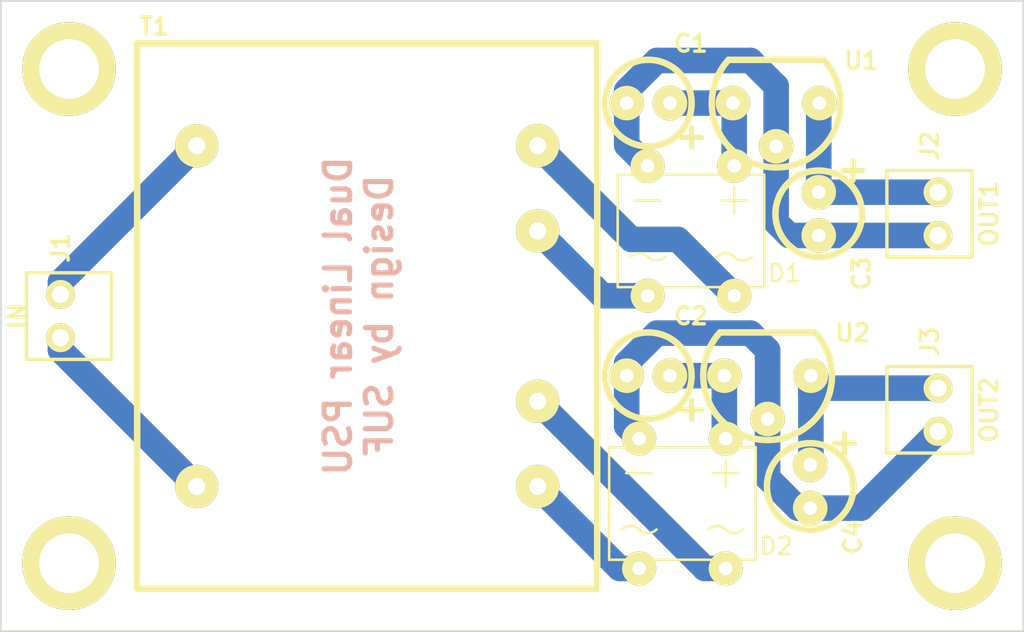
<source format=kicad_pcb>
(kicad_pcb (version 4) (host pcbnew 4.0.6)

  (general
    (links 22)
    (no_connects 0)
    (area 43.118001 52.6768 111.882 93.550001)
    (thickness 1.6)
    (drawings 5)
    (tracks 54)
    (zones 0)
    (modules 16)
    (nets 13)
  )

  (page A4)
  (layers
    (0 F.Cu signal)
    (31 B.Cu signal)
    (32 B.Adhes user)
    (33 F.Adhes user)
    (34 B.Paste user)
    (35 F.Paste user)
    (36 B.SilkS user)
    (37 F.SilkS user)
    (38 B.Mask user)
    (39 F.Mask user)
    (40 Dwgs.User user)
    (41 Cmts.User user)
    (42 Eco1.User user)
    (43 Eco2.User user)
    (44 Edge.Cuts user)
  )

  (setup
    (last_trace_width 0.254)
    (user_trace_width 0.5)
    (user_trace_width 1)
    (user_trace_width 1.5)
    (user_trace_width 2)
    (trace_clearance 0.254)
    (zone_clearance 0.508)
    (zone_45_only no)
    (trace_min 0.254)
    (segment_width 0.2)
    (edge_width 0.1)
    (via_size 0.889)
    (via_drill 0.635)
    (via_min_size 0.889)
    (via_min_drill 0.508)
    (uvia_size 0.508)
    (uvia_drill 0.127)
    (uvias_allowed no)
    (uvia_min_size 0.508)
    (uvia_min_drill 0.127)
    (pcb_text_width 0.3)
    (pcb_text_size 1.5 1.5)
    (mod_edge_width 0.15)
    (mod_text_size 1 1)
    (mod_text_width 0.15)
    (pad_size 6 6)
    (pad_drill 3.5)
    (pad_to_mask_clearance 0)
    (aux_axis_origin 0 0)
    (visible_elements 7FFFFFFF)
    (pcbplotparams
      (layerselection 0x00030_80000001)
      (usegerberextensions true)
      (excludeedgelayer true)
      (linewidth 0.150000)
      (plotframeref false)
      (viasonmask false)
      (mode 1)
      (useauxorigin false)
      (hpglpennumber 1)
      (hpglpenspeed 20)
      (hpglpendiameter 15)
      (hpglpenoverlay 2)
      (psnegative false)
      (psa4output false)
      (plotreference true)
      (plotvalue true)
      (plotinvisibletext false)
      (padsonsilk false)
      (subtractmaskfromsilk false)
      (outputformat 1)
      (mirror false)
      (drillshape 1)
      (scaleselection 1)
      (outputdirectory ""))
  )

  (net 0 "")
  (net 1 N-000001)
  (net 2 N-0000010)
  (net 3 N-0000011)
  (net 4 N-0000012)
  (net 5 N-000002)
  (net 6 N-000003)
  (net 7 N-000004)
  (net 8 N-000005)
  (net 9 N-000006)
  (net 10 N-000007)
  (net 11 N-000008)
  (net 12 N-000009)

  (net_class Default "This is the default net class."
    (clearance 0.254)
    (trace_width 0.254)
    (via_dia 0.889)
    (via_drill 0.635)
    (uvia_dia 0.508)
    (uvia_drill 0.127)
    (add_net N-000001)
    (add_net N-0000010)
    (add_net N-0000011)
    (add_net N-0000012)
    (add_net N-000002)
    (add_net N-000003)
    (add_net N-000004)
    (add_net N-000005)
    (add_net N-000006)
    (add_net N-000007)
    (add_net N-000008)
    (add_net N-000009)
  )

  (module TR_ME.TRE-EL30x2 (layer F.Cu) (tedit 59F421A2) (tstamp 542447C8)
    (at 69 75 90)
    (path /5421DE2D)
    (fp_text reference T1 (at 17 -12.5 180) (layer F.SilkS)
      (effects (font (size 1 1) (thickness 0.2)))
    )
    (fp_text value ME.TRE-2,4.30409-2 (at 0 15.24 90) (layer F.SilkS) hide
      (effects (font (thickness 0.3048)))
    )
    (fp_line (start 15.99946 -13.5001) (end 15.99946 13.5001) (layer F.SilkS) (width 0.381))
    (fp_line (start 15.99946 13.5001) (end -15.99946 13.5001) (layer F.SilkS) (width 0.381))
    (fp_line (start -15.99946 13.5001) (end -15.99946 -13.5001) (layer F.SilkS) (width 0.381))
    (fp_line (start -15.99946 -13.5001) (end 15.99946 -13.5001) (layer F.SilkS) (width 0.381))
    (pad 5 thru_hole circle (at -10 -10 90) (size 2.54 2.54) (drill 1) (layers *.Cu *.Mask F.SilkS)
      (net 9 N-000006))
    (pad 1 thru_hole circle (at 10 -10 90) (size 2.54 2.54) (drill 1) (layers *.Cu *.Mask F.SilkS)
      (net 10 N-000007))
    (pad 9 thru_hole circle (at 5 10 90) (size 2.54 2.54) (drill 1) (layers *.Cu *.Mask F.SilkS)
      (net 2 N-0000010))
    (pad 7 thru_hole circle (at -5 10 90) (size 2.54 2.54) (drill 1) (layers *.Cu *.Mask F.SilkS)
      (net 12 N-000009))
    (pad 6 thru_hole circle (at -10 10 90) (size 2.54 2.54) (drill 1) (layers *.Cu *.Mask F.SilkS)
      (net 4 N-0000012))
    (pad 10 thru_hole circle (at 10 10 90) (size 2.54 2.54) (drill 1) (layers *.Cu *.Mask F.SilkS)
      (net 3 N-0000011))
  )

  (module TO-92_V (layer F.Cu) (tedit 59F42138) (tstamp 542447D3)
    (at 93 62.5 180)
    (path /5421EAF5)
    (fp_text reference U1 (at -5 2.5 180) (layer F.SilkS)
      (effects (font (size 1 1) (thickness 0.2)))
    )
    (fp_text value 78L09 (at 0.762 4.064 180) (layer F.SilkS) hide
      (effects (font (thickness 0.3048)))
    )
    (fp_line (start 2.794 2.54) (end -2.794 2.54) (layer F.SilkS) (width 0.381))
    (fp_arc (start 0 0) (end 2.54 -2.794) (angle 90) (layer F.SilkS) (width 0.381))
    (fp_arc (start 0 0) (end -2.54 -2.794) (angle 90) (layer F.SilkS) (width 0.381))
    (fp_arc (start 0 0) (end -2.794 2.54) (angle 90) (layer F.SilkS) (width 0.381))
    (pad 1 thru_hole circle (at -2.54 0 180) (size 2.032 2.032) (drill 0.8001) (layers *.Cu *.Mask F.SilkS)
      (net 5 N-000002))
    (pad 2 thru_hole circle (at 0 -2.54 180) (size 2.032 2.032) (drill 0.8001) (layers *.Cu *.Mask F.SilkS)
      (net 6 N-000003))
    (pad 3 thru_hole circle (at 2.54 0 180) (size 2.032 2.032) (drill 0.8001) (layers *.Cu *.Mask F.SilkS)
      (net 1 N-000001))
  )

  (module TO-92_V (layer F.Cu) (tedit 59F420C7) (tstamp 542447DE)
    (at 92.5 78.5 180)
    (path /5421EB04)
    (fp_text reference U2 (at -5 2.5 180) (layer F.SilkS)
      (effects (font (size 1 1) (thickness 0.2)))
    )
    (fp_text value 78L09 (at 0.762 4.064 180) (layer F.SilkS) hide
      (effects (font (thickness 0.3048)))
    )
    (fp_line (start 2.794 2.54) (end -2.794 2.54) (layer F.SilkS) (width 0.381))
    (fp_arc (start 0 0) (end 2.54 -2.794) (angle 90) (layer F.SilkS) (width 0.381))
    (fp_arc (start 0 0) (end -2.54 -2.794) (angle 90) (layer F.SilkS) (width 0.381))
    (fp_arc (start 0 0) (end -2.794 2.54) (angle 90) (layer F.SilkS) (width 0.381))
    (pad 1 thru_hole circle (at -2.54 0 180) (size 2.032 2.032) (drill 0.8001) (layers *.Cu *.Mask F.SilkS)
      (net 8 N-000005))
    (pad 2 thru_hole circle (at 0 -2.54 180) (size 2.032 2.032) (drill 0.8001) (layers *.Cu *.Mask F.SilkS)
      (net 11 N-000008))
    (pad 3 thru_hole circle (at 2.54 0 180) (size 2.032 2.032) (drill 0.8001) (layers *.Cu *.Mask F.SilkS)
      (net 7 N-000004))
  )

  (module DB-4 (layer F.Cu) (tedit 59F4205C) (tstamp 5424480F)
    (at 88 70)
    (path /5421E9F9)
    (fp_text reference D1 (at 5.5 2.5) (layer F.SilkS)
      (effects (font (size 1 1) (thickness 0.15)))
    )
    (fp_text value DB107 (at 0 5.842) (layer F.SilkS) hide
      (effects (font (size 1 1) (thickness 0.15)))
    )
    (fp_line (start 2.54 -2.54) (end 2.54 -1.016) (layer F.SilkS) (width 0.15))
    (fp_line (start 1.778 -1.778) (end 3.302 -1.778) (layer F.SilkS) (width 0.15))
    (fp_line (start -3.302 -1.778) (end -1.778 -1.778) (layer F.SilkS) (width 0.15))
    (fp_arc (start 2.032 2.032) (end 1.524 1.524) (angle 90) (layer F.SilkS) (width 0.15))
    (fp_arc (start 3.048 1.016) (end 3.556 1.524) (angle 90) (layer F.SilkS) (width 0.15))
    (fp_arc (start -2.032 1.016) (end -1.524 1.524) (angle 90) (layer F.SilkS) (width 0.15))
    (fp_arc (start -3.048 2.032) (end -3.556 1.524) (angle 90) (layer F.SilkS) (width 0.15))
    (fp_line (start -4.3 -3.3) (end 4.3 -3.3) (layer F.SilkS) (width 0.15))
    (fp_line (start 4.3 -3.3) (end 4.3 3.3) (layer F.SilkS) (width 0.15))
    (fp_line (start 4.3 3.3) (end -4.3 3.3) (layer F.SilkS) (width 0.15))
    (fp_line (start -4.3 3.3) (end -4.3 -3.3) (layer F.SilkS) (width 0.15))
    (pad 1 thru_hole circle (at -2.54 -3.81) (size 2 2) (drill 0.8) (layers *.Cu *.Mask F.SilkS)
      (net 6 N-000003))
    (pad 2 thru_hole circle (at -2.54 3.81) (size 2 2) (drill 0.8) (layers *.Cu *.Mask F.SilkS)
      (net 2 N-0000010))
    (pad 3 thru_hole circle (at 2.54 3.81) (size 2 2) (drill 0.8) (layers *.Cu *.Mask F.SilkS)
      (net 3 N-0000011))
    (pad 4 thru_hole circle (at 2.54 -3.81) (size 2 2) (drill 0.8) (layers *.Cu *.Mask F.SilkS)
      (net 1 N-000001))
  )

  (module DB-4 (layer F.Cu) (tedit 59F42065) (tstamp 54244822)
    (at 87.5 86)
    (path /5421EA08)
    (fp_text reference D2 (at 5.5 2.5) (layer F.SilkS)
      (effects (font (size 1 1) (thickness 0.15)))
    )
    (fp_text value DB107 (at 0 5.842) (layer F.SilkS) hide
      (effects (font (size 1 1) (thickness 0.15)))
    )
    (fp_line (start 2.54 -2.54) (end 2.54 -1.016) (layer F.SilkS) (width 0.15))
    (fp_line (start 1.778 -1.778) (end 3.302 -1.778) (layer F.SilkS) (width 0.15))
    (fp_line (start -3.302 -1.778) (end -1.778 -1.778) (layer F.SilkS) (width 0.15))
    (fp_arc (start 2.032 2.032) (end 1.524 1.524) (angle 90) (layer F.SilkS) (width 0.15))
    (fp_arc (start 3.048 1.016) (end 3.556 1.524) (angle 90) (layer F.SilkS) (width 0.15))
    (fp_arc (start -2.032 1.016) (end -1.524 1.524) (angle 90) (layer F.SilkS) (width 0.15))
    (fp_arc (start -3.048 2.032) (end -3.556 1.524) (angle 90) (layer F.SilkS) (width 0.15))
    (fp_line (start -4.3 -3.3) (end 4.3 -3.3) (layer F.SilkS) (width 0.15))
    (fp_line (start 4.3 -3.3) (end 4.3 3.3) (layer F.SilkS) (width 0.15))
    (fp_line (start 4.3 3.3) (end -4.3 3.3) (layer F.SilkS) (width 0.15))
    (fp_line (start -4.3 3.3) (end -4.3 -3.3) (layer F.SilkS) (width 0.15))
    (pad 1 thru_hole circle (at -2.54 -3.81) (size 2 2) (drill 0.8) (layers *.Cu *.Mask F.SilkS)
      (net 11 N-000008))
    (pad 2 thru_hole circle (at -2.54 3.81) (size 2 2) (drill 0.8) (layers *.Cu *.Mask F.SilkS)
      (net 4 N-0000012))
    (pad 3 thru_hole circle (at 2.54 3.81) (size 2 2) (drill 0.8) (layers *.Cu *.Mask F.SilkS)
      (net 12 N-000009))
    (pad 4 thru_hole circle (at 2.54 -3.81) (size 2 2) (drill 0.8) (layers *.Cu *.Mask F.SilkS)
      (net 7 N-000004))
  )

  (module C1P_D2 (layer F.Cu) (tedit 59F420D8) (tstamp 5424482A)
    (at 85.5 62.5 180)
    (path /5421EA66)
    (fp_text reference C1 (at -2.5 3.5 180) (layer F.SilkS)
      (effects (font (size 1 1) (thickness 0.2)))
    )
    (fp_text value 100uF/16V (at 0 3.81 180) (layer F.SilkS) hide
      (effects (font (thickness 0.3048)))
    )
    (fp_text user + (at -2.54 -1.905 180) (layer F.SilkS)
      (effects (font (thickness 0.3048)))
    )
    (fp_circle (center 0 0) (end 2.54 0) (layer F.SilkS) (width 0.381))
    (pad 1 thru_hole circle (at -1.27 0 180) (size 2.032 2.032) (drill 0.8001) (layers *.Cu *.Mask F.SilkS)
      (net 1 N-000001))
    (pad 2 thru_hole circle (at 1.27 0 180) (size 2.032 2.032) (drill 0.8001) (layers *.Cu *.Mask F.SilkS)
      (net 6 N-000003))
  )

  (module C1P_D2 (layer F.Cu) (tedit 59F4214B) (tstamp 54244832)
    (at 85.5 78.5 180)
    (path /5421EA77)
    (fp_text reference C2 (at -2.5 3.5 180) (layer F.SilkS)
      (effects (font (size 1 1) (thickness 0.2)))
    )
    (fp_text value 100uF/16V (at 0 3.81 180) (layer F.SilkS) hide
      (effects (font (thickness 0.3048)))
    )
    (fp_text user + (at -2.54 -1.905 180) (layer F.SilkS)
      (effects (font (thickness 0.3048)))
    )
    (fp_circle (center 0 0) (end 2.54 0) (layer F.SilkS) (width 0.381))
    (pad 1 thru_hole circle (at -1.27 0 180) (size 2.032 2.032) (drill 0.8001) (layers *.Cu *.Mask F.SilkS)
      (net 7 N-000004))
    (pad 2 thru_hole circle (at 1.27 0 180) (size 2.032 2.032) (drill 0.8001) (layers *.Cu *.Mask F.SilkS)
      (net 11 N-000008))
  )

  (module C1P_D2 (layer F.Cu) (tedit 59F420FB) (tstamp 5424483A)
    (at 95.5 69 270)
    (path /5421EB13)
    (fp_text reference C3 (at 3.5 -2.5 270) (layer F.SilkS)
      (effects (font (size 1 1) (thickness 0.2)))
    )
    (fp_text value 1uF/16V (at 0 3.81 270) (layer F.SilkS) hide
      (effects (font (thickness 0.3048)))
    )
    (fp_text user + (at -2.54 -1.905 270) (layer F.SilkS)
      (effects (font (thickness 0.3048)))
    )
    (fp_circle (center 0 0) (end 2.54 0) (layer F.SilkS) (width 0.381))
    (pad 1 thru_hole circle (at -1.27 0 270) (size 2.032 2.032) (drill 0.8001) (layers *.Cu *.Mask F.SilkS)
      (net 5 N-000002))
    (pad 2 thru_hole circle (at 1.27 0 270) (size 2.032 2.032) (drill 0.8001) (layers *.Cu *.Mask F.SilkS)
      (net 6 N-000003))
  )

  (module C1P_D2 (layer F.Cu) (tedit 59F4211F) (tstamp 54244842)
    (at 95 85 270)
    (path /5421EB22)
    (fp_text reference C4 (at 3 -2.5 270) (layer F.SilkS)
      (effects (font (size 1 1) (thickness 0.2)))
    )
    (fp_text value 1uF/16V (at 0 3.81 270) (layer F.SilkS) hide
      (effects (font (thickness 0.3048)))
    )
    (fp_text user + (at -2.54 -1.905 270) (layer F.SilkS)
      (effects (font (thickness 0.3048)))
    )
    (fp_circle (center 0 0) (end 2.54 0) (layer F.SilkS) (width 0.381))
    (pad 1 thru_hole circle (at -1.27 0 270) (size 2.032 2.032) (drill 0.8001) (layers *.Cu *.Mask F.SilkS)
      (net 8 N-000005))
    (pad 2 thru_hole circle (at 1.27 0 270) (size 2.032 2.032) (drill 0.8001) (layers *.Cu *.Mask F.SilkS)
      (net 11 N-000008))
  )

  (module suf_connector_ncw:CONN_NCW254-02S (layer F.Cu) (tedit 59F42179) (tstamp 542447FC)
    (at 51 75 90)
    (path /5421EC41)
    (fp_text reference J1 (at 4 0 90) (layer F.SilkS)
      (effects (font (size 1 1) (thickness 0.2)))
    )
    (fp_text value IN (at 0 -2.5 90) (layer F.SilkS)
      (effects (font (size 1 1) (thickness 0.2)))
    )
    (fp_line (start -1 -2) (end -1 -2) (layer F.SilkS) (width 0.2))
    (fp_line (start -1 -2) (end 1 -2) (layer F.SilkS) (width 0.2))
    (fp_line (start 1 -2) (end 1 -2) (layer F.SilkS) (width 0.2))
    (fp_line (start -2.54 -2) (end 2.54 -2) (layer F.SilkS) (width 0.2))
    (fp_line (start 2.54 -2) (end 2.54 3) (layer F.SilkS) (width 0.2))
    (fp_line (start 2.54 3) (end -2.54 3) (layer F.SilkS) (width 0.2))
    (fp_line (start -2.54 3) (end -2.54 -2) (layer F.SilkS) (width 0.2))
    (pad 1 thru_hole circle (at -1.27 0 90) (size 1.7 1.7) (drill 1) (layers *.Cu *.Mask F.SilkS)
      (net 9 N-000006))
    (pad 2 thru_hole circle (at 1.27 0 90) (size 1.7 1.7) (drill 1) (layers *.Cu *.Mask F.SilkS)
      (net 10 N-000007))
  )

  (module suf_connector_ncw:CONN_NCW254-02S (layer F.Cu) (tedit 59F41EDE) (tstamp 542447F2)
    (at 102.5 80.5 270)
    (path /5421EC32)
    (fp_text reference J3 (at -4 0.5 270) (layer F.SilkS)
      (effects (font (size 1 1) (thickness 0.2)))
    )
    (fp_text value OUT2 (at 0 -3 270) (layer F.SilkS)
      (effects (font (size 1 1) (thickness 0.2)))
    )
    (fp_line (start -1 -2) (end -1 -2) (layer F.SilkS) (width 0.2))
    (fp_line (start -1 -2) (end 1 -2) (layer F.SilkS) (width 0.2))
    (fp_line (start 1 -2) (end 1 -2) (layer F.SilkS) (width 0.2))
    (fp_line (start -2.54 -2) (end 2.54 -2) (layer F.SilkS) (width 0.2))
    (fp_line (start 2.54 -2) (end 2.54 3) (layer F.SilkS) (width 0.2))
    (fp_line (start 2.54 3) (end -2.54 3) (layer F.SilkS) (width 0.2))
    (fp_line (start -2.54 3) (end -2.54 -2) (layer F.SilkS) (width 0.2))
    (pad 1 thru_hole circle (at -1.27 0 270) (size 1.7 1.7) (drill 1) (layers *.Cu *.Mask F.SilkS)
      (net 8 N-000005))
    (pad 2 thru_hole circle (at 1.27 0 270) (size 1.7 1.7) (drill 1) (layers *.Cu *.Mask F.SilkS)
      (net 11 N-000008))
  )

  (module suf_connector_ncw:CONN_NCW254-02S (layer F.Cu) (tedit 59F41ED6) (tstamp 542447E8)
    (at 102.5 69 270)
    (path /5421EC23)
    (fp_text reference J2 (at -4 0.5 270) (layer F.SilkS)
      (effects (font (size 1 1) (thickness 0.2)))
    )
    (fp_text value OUT1 (at 0 -3 270) (layer F.SilkS)
      (effects (font (size 1 1) (thickness 0.2)))
    )
    (fp_line (start -1 -2) (end -1 -2) (layer F.SilkS) (width 0.2))
    (fp_line (start -1 -2) (end 1 -2) (layer F.SilkS) (width 0.2))
    (fp_line (start 1 -2) (end 1 -2) (layer F.SilkS) (width 0.2))
    (fp_line (start -2.54 -2) (end 2.54 -2) (layer F.SilkS) (width 0.2))
    (fp_line (start 2.54 -2) (end 2.54 3) (layer F.SilkS) (width 0.2))
    (fp_line (start 2.54 3) (end -2.54 3) (layer F.SilkS) (width 0.2))
    (fp_line (start -2.54 3) (end -2.54 -2) (layer F.SilkS) (width 0.2))
    (pad 1 thru_hole circle (at -1.27 0 270) (size 1.7 1.7) (drill 1) (layers *.Cu *.Mask F.SilkS)
      (net 5 N-000002))
    (pad 2 thru_hole circle (at 1.27 0 270) (size 1.7 1.7) (drill 1) (layers *.Cu *.Mask F.SilkS)
      (net 6 N-000003))
  )

  (module suf_mounting:MNT_HOLE_3.5 (layer F.Cu) (tedit 4AAB215B) (tstamp 59FEB13E)
    (at 103.5 60.5)
    (fp_text reference MNT_HOLE_3.5 (at 0 -6.35) (layer F.SilkS) hide
      (effects (font (thickness 0.3048)))
    )
    (fp_text value Val** (at 0 0) (layer F.SilkS) hide
      (effects (font (thickness 0.3048)))
    )
    (pad "" thru_hole circle (at 0 0) (size 5.4991 5.4991) (drill 3.50012) (layers *.Cu *.Mask F.SilkS))
  )

  (module suf_mounting:MNT_HOLE_3.5 (layer F.Cu) (tedit 4AAB215B) (tstamp 59FEB148)
    (at 103.5 89.5)
    (fp_text reference MNT_HOLE_3.5 (at 0 -6.35) (layer F.SilkS) hide
      (effects (font (thickness 0.3048)))
    )
    (fp_text value Val** (at 0 0) (layer F.SilkS) hide
      (effects (font (thickness 0.3048)))
    )
    (pad "" thru_hole circle (at 0 0) (size 5.4991 5.4991) (drill 3.50012) (layers *.Cu *.Mask F.SilkS))
  )

  (module suf_mounting:MNT_HOLE_3.5 (layer F.Cu) (tedit 4AAB215B) (tstamp 59FEB14E)
    (at 51.5 89.5)
    (fp_text reference MNT_HOLE_3.5 (at 0 -6.35) (layer F.SilkS) hide
      (effects (font (thickness 0.3048)))
    )
    (fp_text value Val** (at 0 0) (layer F.SilkS) hide
      (effects (font (thickness 0.3048)))
    )
    (pad "" thru_hole circle (at 0 0) (size 5.4991 5.4991) (drill 3.50012) (layers *.Cu *.Mask F.SilkS))
  )

  (module suf_mounting:MNT_HOLE_3.5 (layer F.Cu) (tedit 4AAB215B) (tstamp 59FEB15C)
    (at 51.5 60.5)
    (fp_text reference MNT_HOLE_3.5 (at 0 -6.35) (layer F.SilkS) hide
      (effects (font (thickness 0.3048)))
    )
    (fp_text value Val** (at 0 0) (layer F.SilkS) hide
      (effects (font (thickness 0.3048)))
    )
    (pad "" thru_hole circle (at 0 0) (size 5.4991 5.4991) (drill 3.50012) (layers *.Cu *.Mask F.SilkS))
  )

  (gr_line (start 47.5 56.5) (end 107.5 56.5) (angle 90) (layer Edge.Cuts) (width 0.1))
  (gr_line (start 47.5 93.5) (end 47.5 56.5) (angle 90) (layer Edge.Cuts) (width 0.1))
  (gr_line (start 107.5 93.5) (end 47.5 93.5) (angle 90) (layer Edge.Cuts) (width 0.1))
  (gr_line (start 107.5 56.5) (end 107.5 93.5) (angle 90) (layer Edge.Cuts) (width 0.1))
  (gr_text "Dual Linear PSU\nDesign by SUF" (at 68.5 75 90) (layer B.SilkS)
    (effects (font (size 1.5 1.5) (thickness 0.3)) (justify mirror))
  )

  (segment (start 86.77 62.5) (end 90.46 62.5) (width 1.5) (layer B.Cu) (net 1))
  (segment (start 90.46 62.5) (end 90.54 62.58) (width 1.5) (layer B.Cu) (net 1) (tstamp 5424B1EC))
  (segment (start 90.54 62.58) (end 90.54 66.19) (width 1.5) (layer B.Cu) (net 1) (tstamp 5424B1ED))
  (segment (start 79 70) (end 82.81 73.81) (width 1.5) (layer B.Cu) (net 2))
  (segment (start 82.81 73.81) (end 85.46 73.81) (width 1.5) (layer B.Cu) (net 2) (tstamp 5424B1A6))
  (segment (start 79 65) (end 84.5 70.5) (width 1.5) (layer B.Cu) (net 3))
  (segment (start 87.23 70.5) (end 90.54 73.81) (width 1.5) (layer B.Cu) (net 3) (tstamp 5424B1AA))
  (segment (start 84.5 70.5) (end 87.23 70.5) (width 1.5) (layer B.Cu) (net 3) (tstamp 5424B1A9))
  (segment (start 79 85) (end 83.81 89.81) (width 1.5) (layer B.Cu) (net 4))
  (segment (start 83.81 89.81) (end 84.96 89.81) (width 1.5) (layer B.Cu) (net 4) (tstamp 5424B187))
  (segment (start 95.5 67.73) (end 102.5 67.73) (width 1.5) (layer B.Cu) (net 5) (status 20))
  (segment (start 95.54 62.5) (end 95.5 62.54) (width 1.5) (layer B.Cu) (net 5))
  (segment (start 95.5 62.54) (end 95.5 67.73) (width 1.5) (layer B.Cu) (net 5) (tstamp 5425187B))
  (segment (start 93 65.04) (end 93 69.5) (width 1.5) (layer B.Cu) (net 6))
  (segment (start 93.77 70.27) (end 95.5 70.27) (width 1.5) (layer B.Cu) (net 6) (tstamp 54251883))
  (segment (start 93 69.5) (end 93.77 70.27) (width 1.5) (layer B.Cu) (net 6) (tstamp 54251882))
  (segment (start 95.5 70.27) (end 102.5 70.27) (width 1.5) (layer B.Cu) (net 6) (status 20))
  (segment (start 84.23 62.5) (end 84.23 61.77) (width 1.5) (layer B.Cu) (net 6))
  (segment (start 93 61.5) (end 93 65.04) (width 1.5) (layer B.Cu) (net 6) (tstamp 5424B1E9))
  (segment (start 91.5 60) (end 93 61.5) (width 1.5) (layer B.Cu) (net 6) (tstamp 5424B1E8))
  (segment (start 86 60) (end 91.5 60) (width 1.5) (layer B.Cu) (net 6) (tstamp 5424B1E7))
  (segment (start 84.23 61.77) (end 86 60) (width 1.5) (layer B.Cu) (net 6) (tstamp 5424B1E6))
  (segment (start 85.46 66.19) (end 84.23 64.96) (width 1.5) (layer B.Cu) (net 6))
  (segment (start 84.23 64.96) (end 84.23 62.5) (width 1.5) (layer B.Cu) (net 6) (tstamp 5424B1E3))
  (segment (start 89.96 78.5) (end 89.96 82.11) (width 1.5) (layer B.Cu) (net 7))
  (segment (start 89.96 82.11) (end 90.04 82.19) (width 1.5) (layer B.Cu) (net 7) (tstamp 5424B192))
  (segment (start 86.77 78.5) (end 89.96 78.5) (width 1.5) (layer B.Cu) (net 7))
  (segment (start 102.5 79.23) (end 95.04 79.23) (width 1.5) (layer B.Cu) (net 8))
  (segment (start 95.04 79.23) (end 95.31 79.5) (width 1.5) (layer B.Cu) (net 8) (tstamp 59F41E9D))
  (segment (start 95.31 79.5) (end 95.5 79.5) (width 1.5) (layer B.Cu) (net 8) (tstamp 59F41EA0))
  (segment (start 95.5 79.5) (end 95.04 79.5) (width 1.5) (layer B.Cu) (net 8) (tstamp 59F41EA1))
  (segment (start 95.04 78.5) (end 95.04 79.5) (width 1.5) (layer B.Cu) (net 8))
  (segment (start 95.04 79.5) (end 95.04 81.77) (width 1.5) (layer B.Cu) (net 8) (tstamp 59F41EA2))
  (segment (start 95.04 81.77) (end 95.04 83.69) (width 1.5) (layer B.Cu) (net 8) (tstamp 542518BC))
  (segment (start 95.04 83.69) (end 95 83.73) (width 1.5) (layer B.Cu) (net 8) (tstamp 542518AB))
  (segment (start 51 76.27) (end 51 77) (width 1.5) (layer B.Cu) (net 9))
  (segment (start 51 77) (end 59 85) (width 1.5) (layer B.Cu) (net 9) (tstamp 542518E2))
  (segment (start 51 73.73) (end 51 73) (width 1.5) (layer B.Cu) (net 10))
  (segment (start 51 73) (end 59 65) (width 1.5) (layer B.Cu) (net 10) (tstamp 542518E5))
  (segment (start 92.5 77.5) (end 92.5 77) (width 1.5) (layer B.Cu) (net 11))
  (segment (start 92.5 77) (end 91.5 76) (width 1.5) (layer B.Cu) (net 11) (tstamp 59F41E93))
  (segment (start 95 86.27) (end 98 86.27) (width 1.5) (layer B.Cu) (net 11))
  (segment (start 98 86.27) (end 102.5 81.77) (width 1.5) (layer B.Cu) (net 11) (tstamp 59F41E80))
  (segment (start 92.5 81.04) (end 92.5 77.5) (width 1.5) (layer B.Cu) (net 11))
  (segment (start 92.5 81.04) (end 92.5 84.5) (width 1.5) (layer B.Cu) (net 11))
  (segment (start 94.27 86.27) (end 95 86.27) (width 1.5) (layer B.Cu) (net 11) (tstamp 542518A8))
  (segment (start 92.5 84.5) (end 94.27 86.27) (width 1.5) (layer B.Cu) (net 11) (tstamp 542518A7))
  (segment (start 84.23 78.5) (end 84.23 77.77) (width 1.5) (layer B.Cu) (net 11))
  (segment (start 86 76) (end 91.5 76) (width 1.5) (layer B.Cu) (net 11) (tstamp 5424B196))
  (segment (start 84.23 77.77) (end 86 76) (width 1.5) (layer B.Cu) (net 11) (tstamp 5424B195))
  (segment (start 84.23 78.5) (end 84.23 81.46) (width 1.5) (layer B.Cu) (net 11))
  (segment (start 84.23 81.46) (end 84.96 82.19) (width 1.5) (layer B.Cu) (net 11) (tstamp 5424B18D))
  (segment (start 79 80) (end 88.81 89.81) (width 1.5) (layer B.Cu) (net 12))
  (segment (start 88.81 89.81) (end 90.04 89.81) (width 1.5) (layer B.Cu) (net 12) (tstamp 5424B18A))

)

</source>
